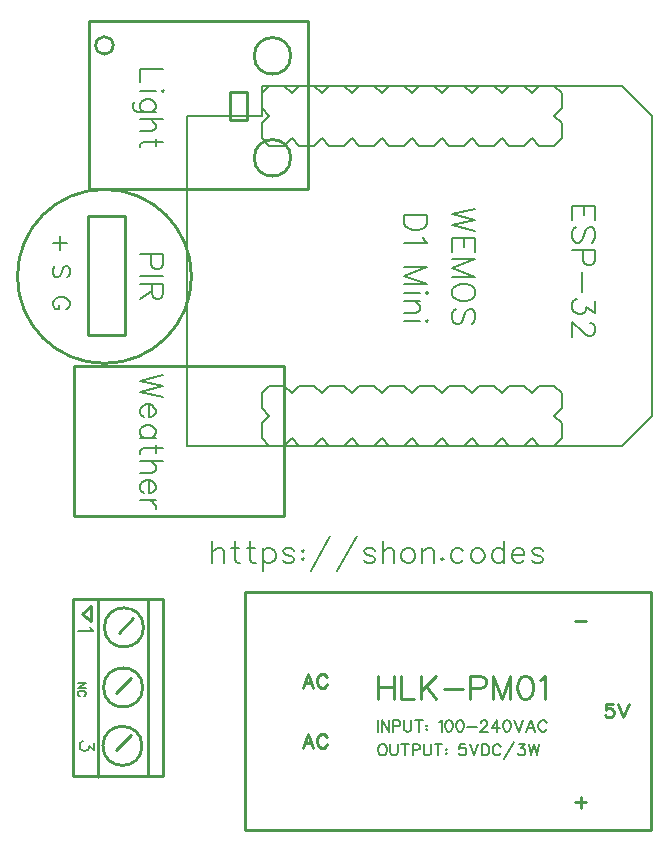
<source format=gto>
G04 Layer: TopSilkscreenLayer*
G04 EasyEDA v6.5.9, 2022-08-04 20:05:31*
G04 f7d3399ff3ef42be8c4f0a230c2b0d44,4bb84c5f6c124816bf94f4484d05adb3,10*
G04 Gerber Generator version 0.2*
G04 Scale: 100 percent, Rotated: No, Reflected: No *
G04 Dimensions in millimeters *
G04 leading zeros omitted , absolute positions ,4 integer and 5 decimal *
%FSLAX45Y45*%
%MOMM*%

%ADD10C,0.2032*%
%ADD11C,0.2500*%
%ADD12C,0.2030*%
%ADD13C,0.2540*%
%ADD14C,0.1270*%
%ADD15C,0.0131*%

%LPD*%
D10*
X1500378Y7416800D02*
G01*
X1306576Y7370571D01*
X1500378Y7324344D02*
G01*
X1306576Y7370571D01*
X1500378Y7324344D02*
G01*
X1306576Y7278370D01*
X1500378Y7232142D02*
G01*
X1306576Y7278370D01*
X1380489Y7171181D02*
G01*
X1380489Y7060184D01*
X1398778Y7060184D01*
X1417320Y7069581D01*
X1426463Y7078726D01*
X1435862Y7097268D01*
X1435862Y7124954D01*
X1426463Y7143495D01*
X1408176Y7161784D01*
X1380489Y7171181D01*
X1361947Y7171181D01*
X1334262Y7161784D01*
X1315720Y7143495D01*
X1306576Y7124954D01*
X1306576Y7097268D01*
X1315720Y7078726D01*
X1334262Y7060184D01*
X1435862Y6888479D02*
G01*
X1306576Y6888479D01*
X1408176Y6888479D02*
G01*
X1426463Y6907021D01*
X1435862Y6925310D01*
X1435862Y6953250D01*
X1426463Y6971537D01*
X1408176Y6990079D01*
X1380489Y6999223D01*
X1361947Y6999223D01*
X1334262Y6990079D01*
X1315720Y6971537D01*
X1306576Y6953250D01*
X1306576Y6925310D01*
X1315720Y6907021D01*
X1334262Y6888479D01*
X1500378Y6799834D02*
G01*
X1343405Y6799834D01*
X1315720Y6790689D01*
X1306576Y6772147D01*
X1306576Y6753605D01*
X1435862Y6827520D02*
G01*
X1435862Y6762750D01*
X1500378Y6692645D02*
G01*
X1306576Y6692645D01*
X1398778Y6692645D02*
G01*
X1426463Y6664960D01*
X1435862Y6646418D01*
X1435862Y6618731D01*
X1426463Y6600189D01*
X1398778Y6591045D01*
X1306576Y6591045D01*
X1380489Y6530086D02*
G01*
X1380489Y6419342D01*
X1398778Y6419342D01*
X1417320Y6428486D01*
X1426463Y6437629D01*
X1435862Y6456171D01*
X1435862Y6483857D01*
X1426463Y6502400D01*
X1408176Y6520942D01*
X1380489Y6530086D01*
X1361947Y6530086D01*
X1334262Y6520942D01*
X1315720Y6502400D01*
X1306576Y6483857D01*
X1306576Y6456171D01*
X1315720Y6437629D01*
X1334262Y6419342D01*
X1435862Y6358381D02*
G01*
X1306576Y6358381D01*
X1380489Y6358381D02*
G01*
X1408176Y6348984D01*
X1426463Y6330695D01*
X1435862Y6312154D01*
X1435862Y6284468D01*
X1917700Y6018529D02*
G01*
X1917700Y5827521D01*
X1917700Y5918454D02*
G01*
X1944877Y5945631D01*
X1963165Y5954776D01*
X1990343Y5954776D01*
X2008631Y5945631D01*
X2017775Y5918454D01*
X2017775Y5827521D01*
X2104897Y6018529D02*
G01*
X2104897Y5863844D01*
X2114041Y5836665D01*
X2132329Y5827521D01*
X2150363Y5827521D01*
X2077720Y5954776D02*
G01*
X2141220Y5954776D01*
X2237740Y6018529D02*
G01*
X2237740Y5863844D01*
X2246884Y5836665D01*
X2264918Y5827521D01*
X2283206Y5827521D01*
X2210308Y5954776D02*
G01*
X2274061Y5954776D01*
X2343150Y5954776D02*
G01*
X2343150Y5763768D01*
X2343150Y5927597D02*
G01*
X2361438Y5945631D01*
X2379472Y5954776D01*
X2406904Y5954776D01*
X2424938Y5945631D01*
X2443225Y5927597D01*
X2452370Y5900165D01*
X2452370Y5882131D01*
X2443225Y5854700D01*
X2424938Y5836665D01*
X2406904Y5827521D01*
X2379472Y5827521D01*
X2361438Y5836665D01*
X2343150Y5854700D01*
X2612136Y5927597D02*
G01*
X2603245Y5945631D01*
X2575813Y5954776D01*
X2548636Y5954776D01*
X2521458Y5945631D01*
X2512313Y5927597D01*
X2521458Y5909310D01*
X2539491Y5900165D01*
X2584958Y5891021D01*
X2603245Y5882131D01*
X2612136Y5863844D01*
X2612136Y5854700D01*
X2603245Y5836665D01*
X2575813Y5827521D01*
X2548636Y5827521D01*
X2521458Y5836665D01*
X2512313Y5854700D01*
X2681224Y5936487D02*
G01*
X2672334Y5927597D01*
X2681224Y5918454D01*
X2690368Y5927597D01*
X2681224Y5936487D01*
X2681224Y5872987D02*
G01*
X2672334Y5863844D01*
X2681224Y5854700D01*
X2690368Y5863844D01*
X2681224Y5872987D01*
X2914141Y6054852D02*
G01*
X2750311Y5763768D01*
X3137661Y6054852D02*
G01*
X2974086Y5763768D01*
X3297681Y5927597D02*
G01*
X3288538Y5945631D01*
X3261359Y5954776D01*
X3234181Y5954776D01*
X3206750Y5945631D01*
X3197606Y5927597D01*
X3206750Y5909310D01*
X3225038Y5900165D01*
X3270504Y5891021D01*
X3288538Y5882131D01*
X3297681Y5863844D01*
X3297681Y5854700D01*
X3288538Y5836665D01*
X3261359Y5827521D01*
X3234181Y5827521D01*
X3206750Y5836665D01*
X3197606Y5854700D01*
X3357625Y6018529D02*
G01*
X3357625Y5827521D01*
X3357625Y5918454D02*
G01*
X3385058Y5945631D01*
X3403091Y5954776D01*
X3430524Y5954776D01*
X3448558Y5945631D01*
X3457702Y5918454D01*
X3457702Y5827521D01*
X3563111Y5954776D02*
G01*
X3545077Y5945631D01*
X3526790Y5927597D01*
X3517645Y5900165D01*
X3517645Y5882131D01*
X3526790Y5854700D01*
X3545077Y5836665D01*
X3563111Y5827521D01*
X3590543Y5827521D01*
X3608577Y5836665D01*
X3626865Y5854700D01*
X3635756Y5882131D01*
X3635756Y5900165D01*
X3626865Y5927597D01*
X3608577Y5945631D01*
X3590543Y5954776D01*
X3563111Y5954776D01*
X3695954Y5954776D02*
G01*
X3695954Y5827521D01*
X3695954Y5918454D02*
G01*
X3723131Y5945631D01*
X3741420Y5954776D01*
X3768597Y5954776D01*
X3786886Y5945631D01*
X3795775Y5918454D01*
X3795775Y5827521D01*
X3864863Y5872987D02*
G01*
X3855974Y5863844D01*
X3864863Y5854700D01*
X3874008Y5863844D01*
X3864863Y5872987D01*
X4043172Y5927597D02*
G01*
X4024884Y5945631D01*
X4006850Y5954776D01*
X3979418Y5954776D01*
X3961384Y5945631D01*
X3943095Y5927597D01*
X3933952Y5900165D01*
X3933952Y5882131D01*
X3943095Y5854700D01*
X3961384Y5836665D01*
X3979418Y5827521D01*
X4006850Y5827521D01*
X4024884Y5836665D01*
X4043172Y5854700D01*
X4148581Y5954776D02*
G01*
X4130547Y5945631D01*
X4112259Y5927597D01*
X4103115Y5900165D01*
X4103115Y5882131D01*
X4112259Y5854700D01*
X4130547Y5836665D01*
X4148581Y5827521D01*
X4175759Y5827521D01*
X4194047Y5836665D01*
X4212336Y5854700D01*
X4221225Y5882131D01*
X4221225Y5900165D01*
X4212336Y5927597D01*
X4194047Y5945631D01*
X4175759Y5954776D01*
X4148581Y5954776D01*
X4390390Y6018529D02*
G01*
X4390390Y5827521D01*
X4390390Y5927597D02*
G01*
X4372356Y5945631D01*
X4354068Y5954776D01*
X4326890Y5954776D01*
X4308602Y5945631D01*
X4290313Y5927597D01*
X4281424Y5900165D01*
X4281424Y5882131D01*
X4290313Y5854700D01*
X4308602Y5836665D01*
X4326890Y5827521D01*
X4354068Y5827521D01*
X4372356Y5836665D01*
X4390390Y5854700D01*
X4450334Y5900165D02*
G01*
X4559554Y5900165D01*
X4559554Y5918454D01*
X4550409Y5936487D01*
X4541265Y5945631D01*
X4523231Y5954776D01*
X4495800Y5954776D01*
X4477765Y5945631D01*
X4459477Y5927597D01*
X4450334Y5900165D01*
X4450334Y5882131D01*
X4459477Y5854700D01*
X4477765Y5836665D01*
X4495800Y5827521D01*
X4523231Y5827521D01*
X4541265Y5836665D01*
X4559554Y5854700D01*
X4719574Y5927597D02*
G01*
X4710429Y5945631D01*
X4683252Y5954776D01*
X4655820Y5954776D01*
X4628641Y5945631D01*
X4619497Y5927597D01*
X4628641Y5909310D01*
X4646675Y5900165D01*
X4692141Y5891021D01*
X4710429Y5882131D01*
X4719574Y5863844D01*
X4719574Y5854700D01*
X4710429Y5836665D01*
X4683252Y5827521D01*
X4655820Y5827521D01*
X4628641Y5836665D01*
X4619497Y5854700D01*
X845312Y4813300D02*
G01*
X778510Y4813300D01*
X845312Y4813300D02*
G01*
X778510Y4768850D01*
X845312Y4768850D02*
G01*
X778510Y4768850D01*
X829310Y4700015D02*
G01*
X835913Y4703318D01*
X842263Y4709668D01*
X845312Y4716018D01*
X845312Y4728718D01*
X842263Y4735068D01*
X835913Y4741418D01*
X829310Y4744465D01*
X819912Y4747768D01*
X803910Y4747768D01*
X794512Y4744465D01*
X788162Y4741418D01*
X781812Y4735068D01*
X778510Y4728718D01*
X778510Y4716018D01*
X781812Y4709668D01*
X788162Y4703318D01*
X794512Y4700015D01*
X882142Y5283200D02*
G01*
X888237Y5271262D01*
X905763Y5253736D01*
X781812Y5253736D01*
X918463Y4306062D02*
G01*
X918463Y4241292D01*
X871220Y4276597D01*
X871220Y4258818D01*
X865378Y4247134D01*
X859536Y4241292D01*
X841755Y4235195D01*
X830071Y4235195D01*
X812292Y4241292D01*
X800354Y4252976D01*
X794512Y4270755D01*
X794512Y4288536D01*
X800354Y4306062D01*
X806195Y4312157D01*
X818134Y4318000D01*
X5157977Y8851900D02*
G01*
X4964175Y8851900D01*
X5157977Y8851900D02*
G01*
X5157977Y8731758D01*
X5065775Y8851900D02*
G01*
X5065775Y8777986D01*
X4964175Y8851900D02*
G01*
X4964175Y8731758D01*
X5130291Y8541512D02*
G01*
X5148834Y8560054D01*
X5157977Y8587739D01*
X5157977Y8624570D01*
X5148834Y8652510D01*
X5130291Y8670797D01*
X5111750Y8670797D01*
X5093461Y8661654D01*
X5084063Y8652510D01*
X5074920Y8633968D01*
X5056377Y8578595D01*
X5047234Y8560054D01*
X5038090Y8550910D01*
X5019547Y8541512D01*
X4991861Y8541512D01*
X4973320Y8560054D01*
X4964175Y8587739D01*
X4964175Y8624570D01*
X4973320Y8652510D01*
X4991861Y8670797D01*
X5157977Y8480552D02*
G01*
X4964175Y8480552D01*
X5157977Y8480552D02*
G01*
X5157977Y8397494D01*
X5148834Y8369808D01*
X5139690Y8360410D01*
X5121147Y8351265D01*
X5093461Y8351265D01*
X5074920Y8360410D01*
X5065775Y8369808D01*
X5056377Y8397494D01*
X5056377Y8480552D01*
X5047234Y8290305D02*
G01*
X5047234Y8124189D01*
X5157977Y8044687D02*
G01*
X5157977Y7943087D01*
X5084063Y7998460D01*
X5084063Y7970773D01*
X5074920Y7952231D01*
X5065775Y7943087D01*
X5038090Y7933689D01*
X5019547Y7933689D01*
X4991861Y7943087D01*
X4973320Y7961629D01*
X4964175Y7989315D01*
X4964175Y8017002D01*
X4973320Y8044687D01*
X4982463Y8053831D01*
X5001006Y8063229D01*
X5111750Y7863586D02*
G01*
X5121147Y7863586D01*
X5139690Y7854442D01*
X5148834Y7845044D01*
X5157977Y7826755D01*
X5157977Y7789671D01*
X5148834Y7771129D01*
X5139690Y7761986D01*
X5121147Y7752842D01*
X5102606Y7752842D01*
X5084063Y7761986D01*
X5056377Y7780528D01*
X4964175Y7872729D01*
X4964175Y7743444D01*
X4141977Y8826500D02*
G01*
X3948175Y8780271D01*
X4141977Y8734044D02*
G01*
X3948175Y8780271D01*
X4141977Y8734044D02*
G01*
X3948175Y8688070D01*
X4141977Y8641842D02*
G01*
X3948175Y8688070D01*
X4141977Y8580881D02*
G01*
X3948175Y8580881D01*
X4141977Y8580881D02*
G01*
X4141977Y8460739D01*
X4049775Y8580881D02*
G01*
X4049775Y8506968D01*
X3948175Y8580881D02*
G01*
X3948175Y8460739D01*
X4141977Y8399779D02*
G01*
X3948175Y8399779D01*
X4141977Y8399779D02*
G01*
X3948175Y8325865D01*
X4141977Y8251952D02*
G01*
X3948175Y8325865D01*
X4141977Y8251952D02*
G01*
X3948175Y8251952D01*
X4141977Y8135620D02*
G01*
X4132834Y8154162D01*
X4114291Y8172450D01*
X4095750Y8181847D01*
X4068063Y8190992D01*
X4022090Y8190992D01*
X3994150Y8181847D01*
X3975861Y8172450D01*
X3957320Y8154162D01*
X3948175Y8135620D01*
X3948175Y8098789D01*
X3957320Y8080247D01*
X3975861Y8061705D01*
X3994150Y8052562D01*
X4022090Y8043163D01*
X4068063Y8043163D01*
X4095750Y8052562D01*
X4114291Y8061705D01*
X4132834Y8080247D01*
X4141977Y8098789D01*
X4141977Y8135620D01*
X4114291Y7852918D02*
G01*
X4132834Y7871460D01*
X4141977Y7899145D01*
X4141977Y7936229D01*
X4132834Y7963915D01*
X4114291Y7982204D01*
X4095750Y7982204D01*
X4077461Y7973060D01*
X4068063Y7963915D01*
X4058920Y7945373D01*
X4040377Y7890002D01*
X4031234Y7871460D01*
X4022090Y7862315D01*
X4003547Y7852918D01*
X3975861Y7852918D01*
X3957320Y7871460D01*
X3948175Y7899145D01*
X3948175Y7936229D01*
X3957320Y7963915D01*
X3975861Y7982204D01*
X3735577Y8775700D02*
G01*
X3541775Y8775700D01*
X3735577Y8775700D02*
G01*
X3735577Y8710929D01*
X3726434Y8683244D01*
X3707891Y8664955D01*
X3689350Y8655558D01*
X3661663Y8646413D01*
X3615690Y8646413D01*
X3587750Y8655558D01*
X3569461Y8664955D01*
X3550920Y8683244D01*
X3541775Y8710929D01*
X3541775Y8775700D01*
X3698747Y8585454D02*
G01*
X3707891Y8566912D01*
X3735577Y8539226D01*
X3541775Y8539226D01*
X3735577Y8336026D02*
G01*
X3541775Y8336026D01*
X3735577Y8336026D02*
G01*
X3541775Y8262112D01*
X3735577Y8188197D02*
G01*
X3541775Y8262112D01*
X3735577Y8188197D02*
G01*
X3541775Y8188197D01*
X3735577Y8127237D02*
G01*
X3726434Y8118094D01*
X3735577Y8108950D01*
X3744975Y8118094D01*
X3735577Y8127237D01*
X3671061Y8118094D02*
G01*
X3541775Y8118094D01*
X3671061Y8047989D02*
G01*
X3541775Y8047989D01*
X3633977Y8047989D02*
G01*
X3661663Y8020050D01*
X3671061Y8001762D01*
X3671061Y7974076D01*
X3661663Y7955534D01*
X3633977Y7946389D01*
X3541775Y7946389D01*
X3735577Y7885429D02*
G01*
X3726434Y7876031D01*
X3735577Y7866887D01*
X3744975Y7876031D01*
X3735577Y7885429D01*
X3671061Y7876031D02*
G01*
X3541775Y7876031D01*
D11*
X2725165Y4887213D02*
G01*
X2681731Y4772913D01*
X2725165Y4887213D02*
G01*
X2768854Y4772913D01*
X2697988Y4811013D02*
G01*
X2752597Y4811013D01*
X2886456Y4860036D02*
G01*
X2881122Y4870957D01*
X2870200Y4881879D01*
X2859277Y4887213D01*
X2837434Y4887213D01*
X2826511Y4881879D01*
X2815590Y4870957D01*
X2810256Y4860036D01*
X2804922Y4843779D01*
X2804922Y4816347D01*
X2810256Y4800092D01*
X2815590Y4789170D01*
X2826511Y4778247D01*
X2837434Y4772913D01*
X2859277Y4772913D01*
X2870200Y4778247D01*
X2881122Y4789170D01*
X2886456Y4800092D01*
X2725165Y4379213D02*
G01*
X2681731Y4264913D01*
X2725165Y4379213D02*
G01*
X2768854Y4264913D01*
X2697988Y4303013D02*
G01*
X2752597Y4303013D01*
X2886456Y4352036D02*
G01*
X2881122Y4362957D01*
X2870200Y4373879D01*
X2859277Y4379213D01*
X2837434Y4379213D01*
X2826511Y4373879D01*
X2815590Y4362957D01*
X2810256Y4352036D01*
X2804922Y4335779D01*
X2804922Y4308347D01*
X2810256Y4292092D01*
X2815590Y4281170D01*
X2826511Y4270247D01*
X2837434Y4264913D01*
X2859277Y4264913D01*
X2870200Y4270247D01*
X2881122Y4281170D01*
X2886456Y4292092D01*
X5034788Y3850894D02*
G01*
X5034788Y3752850D01*
X4985765Y3801871D02*
G01*
X5083809Y3801871D01*
X4985765Y5338063D02*
G01*
X5083809Y5338063D01*
X3321558Y4872989D02*
G01*
X3321558Y4678934D01*
X3450843Y4872989D02*
G01*
X3450843Y4678934D01*
X3321558Y4780534D02*
G01*
X3450843Y4780534D01*
X3511804Y4872989D02*
G01*
X3511804Y4678934D01*
X3511804Y4678934D02*
G01*
X3622802Y4678934D01*
X3683761Y4872989D02*
G01*
X3683761Y4678934D01*
X3813047Y4872989D02*
G01*
X3683761Y4743450D01*
X3729990Y4789678D02*
G01*
X3813047Y4678934D01*
X3874008Y4761992D02*
G01*
X4040124Y4761992D01*
X4101084Y4872989D02*
G01*
X4101084Y4678934D01*
X4101084Y4872989D02*
G01*
X4184395Y4872989D01*
X4212081Y4863592D01*
X4221225Y4854447D01*
X4230624Y4835905D01*
X4230624Y4808220D01*
X4221225Y4789678D01*
X4212081Y4780534D01*
X4184395Y4771389D01*
X4101084Y4771389D01*
X4291584Y4872989D02*
G01*
X4291584Y4678934D01*
X4291584Y4872989D02*
G01*
X4365243Y4678934D01*
X4439158Y4872989D02*
G01*
X4365243Y4678934D01*
X4439158Y4872989D02*
G01*
X4439158Y4678934D01*
X4555743Y4872989D02*
G01*
X4527804Y4863592D01*
X4509515Y4835905D01*
X4500118Y4789678D01*
X4500118Y4761992D01*
X4509515Y4715763D01*
X4527804Y4688078D01*
X4555743Y4678934D01*
X4574031Y4678934D01*
X4601718Y4688078D01*
X4620259Y4715763D01*
X4629404Y4761992D01*
X4629404Y4789678D01*
X4620259Y4835905D01*
X4601718Y4863592D01*
X4574031Y4872989D01*
X4555743Y4872989D01*
X4690363Y4835905D02*
G01*
X4708906Y4845050D01*
X4736591Y4872989D01*
X4736591Y4678934D01*
D10*
X3321811Y4496562D02*
G01*
X3321811Y4401057D01*
X3351784Y4496562D02*
G01*
X3351784Y4401057D01*
X3351784Y4496562D02*
G01*
X3415284Y4401057D01*
X3415284Y4496562D02*
G01*
X3415284Y4401057D01*
X3445256Y4496562D02*
G01*
X3445256Y4401057D01*
X3445256Y4496562D02*
G01*
X3486150Y4496562D01*
X3499865Y4491989D01*
X3504438Y4487418D01*
X3509009Y4478273D01*
X3509009Y4464557D01*
X3504438Y4455668D01*
X3499865Y4451095D01*
X3486150Y4446523D01*
X3445256Y4446523D01*
X3538981Y4496562D02*
G01*
X3538981Y4428236D01*
X3543554Y4414773D01*
X3552697Y4405629D01*
X3566159Y4401057D01*
X3575304Y4401057D01*
X3589020Y4405629D01*
X3598163Y4414773D01*
X3602736Y4428236D01*
X3602736Y4496562D01*
X3664458Y4496562D02*
G01*
X3664458Y4401057D01*
X3632708Y4496562D02*
G01*
X3696208Y4496562D01*
X3730752Y4455668D02*
G01*
X3726179Y4451095D01*
X3730752Y4446523D01*
X3735324Y4451095D01*
X3730752Y4455668D01*
X3730752Y4423663D02*
G01*
X3726179Y4419345D01*
X3730752Y4414773D01*
X3735324Y4419345D01*
X3730752Y4423663D01*
X3835400Y4478273D02*
G01*
X3844543Y4482845D01*
X3858006Y4496562D01*
X3858006Y4401057D01*
X3915409Y4496562D02*
G01*
X3901693Y4491989D01*
X3892550Y4478273D01*
X3887977Y4455668D01*
X3887977Y4441952D01*
X3892550Y4419345D01*
X3901693Y4405629D01*
X3915409Y4401057D01*
X3924554Y4401057D01*
X3938015Y4405629D01*
X3947159Y4419345D01*
X3951731Y4441952D01*
X3951731Y4455668D01*
X3947159Y4478273D01*
X3938015Y4491989D01*
X3924554Y4496562D01*
X3915409Y4496562D01*
X4008881Y4496562D02*
G01*
X3995420Y4491989D01*
X3986275Y4478273D01*
X3981704Y4455668D01*
X3981704Y4441952D01*
X3986275Y4419345D01*
X3995420Y4405629D01*
X4008881Y4401057D01*
X4018025Y4401057D01*
X4031741Y4405629D01*
X4040886Y4419345D01*
X4045458Y4441952D01*
X4045458Y4455668D01*
X4040886Y4478273D01*
X4031741Y4491989D01*
X4018025Y4496562D01*
X4008881Y4496562D01*
X4075429Y4441952D02*
G01*
X4157218Y4441952D01*
X4191761Y4473702D02*
G01*
X4191761Y4478273D01*
X4196334Y4487418D01*
X4200906Y4491989D01*
X4209795Y4496562D01*
X4228084Y4496562D01*
X4237227Y4491989D01*
X4241800Y4487418D01*
X4246372Y4478273D01*
X4246372Y4469129D01*
X4241800Y4460239D01*
X4232656Y4446523D01*
X4187190Y4401057D01*
X4250690Y4401057D01*
X4326127Y4496562D02*
G01*
X4280915Y4432807D01*
X4348988Y4432807D01*
X4326127Y4496562D02*
G01*
X4326127Y4401057D01*
X4406138Y4496562D02*
G01*
X4392675Y4491989D01*
X4383531Y4478273D01*
X4378959Y4455668D01*
X4378959Y4441952D01*
X4383531Y4419345D01*
X4392675Y4405629D01*
X4406138Y4401057D01*
X4415281Y4401057D01*
X4428997Y4405629D01*
X4438141Y4419345D01*
X4442713Y4441952D01*
X4442713Y4455668D01*
X4438141Y4478273D01*
X4428997Y4491989D01*
X4415281Y4496562D01*
X4406138Y4496562D01*
X4472686Y4496562D02*
G01*
X4509008Y4401057D01*
X4545329Y4496562D02*
G01*
X4509008Y4401057D01*
X4611624Y4496562D02*
G01*
X4575302Y4401057D01*
X4611624Y4496562D02*
G01*
X4647945Y4401057D01*
X4589018Y4432807D02*
G01*
X4634484Y4432807D01*
X4746243Y4473702D02*
G01*
X4741672Y4482845D01*
X4732527Y4491989D01*
X4723638Y4496562D01*
X4705350Y4496562D01*
X4696206Y4491989D01*
X4687061Y4482845D01*
X4682490Y4473702D01*
X4678172Y4460239D01*
X4678172Y4437379D01*
X4682490Y4423663D01*
X4687061Y4414773D01*
X4696206Y4405629D01*
X4705350Y4401057D01*
X4723638Y4401057D01*
X4732527Y4405629D01*
X4741672Y4414773D01*
X4746243Y4423663D01*
X3348990Y4294886D02*
G01*
X3339845Y4290313D01*
X3330702Y4281170D01*
X3326129Y4272279D01*
X3321811Y4258563D01*
X3321811Y4235704D01*
X3326129Y4222242D01*
X3330702Y4213097D01*
X3339845Y4203954D01*
X3348990Y4199381D01*
X3367277Y4199381D01*
X3376168Y4203954D01*
X3385311Y4213097D01*
X3389884Y4222242D01*
X3394456Y4235704D01*
X3394456Y4258563D01*
X3389884Y4272279D01*
X3385311Y4281170D01*
X3376168Y4290313D01*
X3367277Y4294886D01*
X3348990Y4294886D01*
X3424427Y4294886D02*
G01*
X3424427Y4226813D01*
X3429000Y4213097D01*
X3438143Y4203954D01*
X3451606Y4199381D01*
X3460750Y4199381D01*
X3474465Y4203954D01*
X3483609Y4213097D01*
X3488181Y4226813D01*
X3488181Y4294886D01*
X3549904Y4294886D02*
G01*
X3549904Y4199381D01*
X3518154Y4294886D02*
G01*
X3581654Y4294886D01*
X3611625Y4294886D02*
G01*
X3611625Y4199381D01*
X3611625Y4294886D02*
G01*
X3652520Y4294886D01*
X3666236Y4290313D01*
X3670808Y4285742D01*
X3675379Y4276597D01*
X3675379Y4263136D01*
X3670808Y4253992D01*
X3666236Y4249420D01*
X3652520Y4244847D01*
X3611625Y4244847D01*
X3705352Y4294886D02*
G01*
X3705352Y4226813D01*
X3709924Y4213097D01*
X3719068Y4203954D01*
X3732529Y4199381D01*
X3741674Y4199381D01*
X3755390Y4203954D01*
X3764534Y4213097D01*
X3769106Y4226813D01*
X3769106Y4294886D01*
X3830827Y4294886D02*
G01*
X3830827Y4199381D01*
X3799077Y4294886D02*
G01*
X3862577Y4294886D01*
X3897122Y4253992D02*
G01*
X3892550Y4249420D01*
X3897122Y4244847D01*
X3901693Y4249420D01*
X3897122Y4253992D01*
X3897122Y4222242D02*
G01*
X3892550Y4217670D01*
X3897122Y4213097D01*
X3901693Y4217670D01*
X3897122Y4222242D01*
X4056379Y4294886D02*
G01*
X4010913Y4294886D01*
X4006341Y4253992D01*
X4010913Y4258563D01*
X4024375Y4263136D01*
X4038091Y4263136D01*
X4051808Y4258563D01*
X4060697Y4249420D01*
X4065270Y4235704D01*
X4065270Y4226813D01*
X4060697Y4213097D01*
X4051808Y4203954D01*
X4038091Y4199381D01*
X4024375Y4199381D01*
X4010913Y4203954D01*
X4006341Y4208526D01*
X4001770Y4217670D01*
X4095241Y4294886D02*
G01*
X4131818Y4199381D01*
X4168140Y4294886D02*
G01*
X4131818Y4199381D01*
X4198111Y4294886D02*
G01*
X4198111Y4199381D01*
X4198111Y4294886D02*
G01*
X4229861Y4294886D01*
X4243577Y4290313D01*
X4252722Y4281170D01*
X4257040Y4272279D01*
X4261611Y4258563D01*
X4261611Y4235704D01*
X4257040Y4222242D01*
X4252722Y4213097D01*
X4243577Y4203954D01*
X4229861Y4199381D01*
X4198111Y4199381D01*
X4359909Y4272279D02*
G01*
X4355338Y4281170D01*
X4346193Y4290313D01*
X4337050Y4294886D01*
X4319015Y4294886D01*
X4309872Y4290313D01*
X4300727Y4281170D01*
X4296156Y4272279D01*
X4291584Y4258563D01*
X4291584Y4235704D01*
X4296156Y4222242D01*
X4300727Y4213097D01*
X4309872Y4203954D01*
X4319015Y4199381D01*
X4337050Y4199381D01*
X4346193Y4203954D01*
X4355338Y4213097D01*
X4359909Y4222242D01*
X4471670Y4313173D02*
G01*
X4389881Y4167631D01*
X4510786Y4294886D02*
G01*
X4560824Y4294886D01*
X4533645Y4258563D01*
X4547108Y4258563D01*
X4556252Y4253992D01*
X4560824Y4249420D01*
X4565395Y4235704D01*
X4565395Y4226813D01*
X4560824Y4213097D01*
X4551679Y4203954D01*
X4537963Y4199381D01*
X4524502Y4199381D01*
X4510786Y4203954D01*
X4506213Y4208526D01*
X4501641Y4217670D01*
X4595368Y4294886D02*
G01*
X4617974Y4199381D01*
X4640834Y4294886D02*
G01*
X4617974Y4199381D01*
X4640834Y4294886D02*
G01*
X4663440Y4199381D01*
X4686300Y4294886D02*
G01*
X4663440Y4199381D01*
D11*
X5307075Y4635245D02*
G01*
X5252720Y4635245D01*
X5247131Y4586223D01*
X5252720Y4591812D01*
X5268975Y4597145D01*
X5285486Y4597145D01*
X5301741Y4591812D01*
X5312663Y4580889D01*
X5317997Y4564634D01*
X5317997Y4553712D01*
X5312663Y4537202D01*
X5301741Y4526279D01*
X5285486Y4520945D01*
X5268975Y4520945D01*
X5252720Y4526279D01*
X5247131Y4531868D01*
X5241797Y4542789D01*
X5354065Y4635245D02*
G01*
X5397754Y4520945D01*
X5441188Y4635245D02*
G01*
X5397754Y4520945D01*
D10*
X1500378Y8445500D02*
G01*
X1306576Y8445500D01*
X1500378Y8445500D02*
G01*
X1500378Y8362442D01*
X1491234Y8334755D01*
X1482089Y8325358D01*
X1463547Y8316213D01*
X1435862Y8316213D01*
X1417320Y8325358D01*
X1408176Y8334755D01*
X1398778Y8362442D01*
X1398778Y8445500D01*
X1500378Y8255254D02*
G01*
X1306576Y8255254D01*
X1500378Y8194294D02*
G01*
X1306576Y8194294D01*
X1500378Y8194294D02*
G01*
X1500378Y8111236D01*
X1491234Y8083550D01*
X1482089Y8074152D01*
X1463547Y8065008D01*
X1445005Y8065008D01*
X1426463Y8074152D01*
X1417320Y8083550D01*
X1408176Y8111236D01*
X1408176Y8194294D01*
X1408176Y8129523D02*
G01*
X1306576Y8065008D01*
X676147Y7974837D02*
G01*
X689610Y7981695D01*
X703326Y7995412D01*
X710184Y8009128D01*
X710184Y8036305D01*
X703326Y8050021D01*
X689610Y8063484D01*
X676147Y8070342D01*
X655573Y8077200D01*
X621537Y8077200D01*
X600963Y8070342D01*
X587502Y8063484D01*
X573786Y8050021D01*
X566928Y8036305D01*
X566928Y8009128D01*
X573786Y7995412D01*
X587502Y7981695D01*
X600963Y7974837D01*
X621537Y7974837D01*
X621537Y8009128D02*
G01*
X621537Y7974837D01*
X689610Y8248395D02*
G01*
X703326Y8262112D01*
X710184Y8282431D01*
X710184Y8309863D01*
X703326Y8330184D01*
X689610Y8343900D01*
X676147Y8343900D01*
X662431Y8337042D01*
X655573Y8330184D01*
X648715Y8316721D01*
X635254Y8275828D01*
X628395Y8262112D01*
X621537Y8255254D01*
X607821Y8248395D01*
X587502Y8248395D01*
X573786Y8262112D01*
X566928Y8282431D01*
X566928Y8309863D01*
X573786Y8330184D01*
X587502Y8343900D01*
X689610Y8536431D02*
G01*
X566928Y8536431D01*
X628395Y8597900D02*
G01*
X628395Y8475218D01*
D12*
X1500378Y10007600D02*
G01*
X1306576Y10007600D01*
X1306576Y10007600D02*
G01*
X1306576Y9896855D01*
X1500378Y9835895D02*
G01*
X1491234Y9826497D01*
X1500378Y9817354D01*
X1509776Y9826497D01*
X1500378Y9835895D01*
X1435862Y9826497D02*
G01*
X1306576Y9826497D01*
X1435862Y9645650D02*
G01*
X1288034Y9645650D01*
X1260347Y9654794D01*
X1250950Y9663937D01*
X1241805Y9682479D01*
X1241805Y9710165D01*
X1250950Y9728708D01*
X1408176Y9645650D02*
G01*
X1426463Y9663937D01*
X1435862Y9682479D01*
X1435862Y9710165D01*
X1426463Y9728708D01*
X1408176Y9747250D01*
X1380489Y9756394D01*
X1361947Y9756394D01*
X1334262Y9747250D01*
X1315720Y9728708D01*
X1306576Y9710165D01*
X1306576Y9682479D01*
X1315720Y9663937D01*
X1334262Y9645650D01*
X1500378Y9584689D02*
G01*
X1306576Y9584689D01*
X1398778Y9584689D02*
G01*
X1426463Y9556750D01*
X1435862Y9538462D01*
X1435862Y9510776D01*
X1426463Y9492234D01*
X1398778Y9483089D01*
X1306576Y9483089D01*
X1500378Y9394189D02*
G01*
X1343405Y9394189D01*
X1315720Y9385045D01*
X1306576Y9366504D01*
X1306576Y9348215D01*
X1435862Y9422129D02*
G01*
X1435862Y9357360D01*
D13*
X1231900Y4368800D02*
G01*
X1104900Y4248150D01*
X952500Y5524500D02*
G01*
X952500Y4013200D01*
X1371600Y5524500D02*
G01*
X1371600Y4025900D01*
X889000Y5461000D02*
G01*
X889000Y5334000D01*
X812800Y5397500D01*
X889000Y5461000D01*
X1244600Y5359400D02*
G01*
X1123950Y5238750D01*
X1231900Y4851400D02*
G01*
X1104900Y4730750D01*
X1498600Y5524500D02*
G01*
X1498600Y4024503D01*
X738606Y4024503D01*
X738606Y5524500D01*
X1498600Y5524500D01*
D14*
X2527300Y9867900D02*
G01*
X2590800Y9804400D01*
X2654300Y9867900D01*
X2781300Y9867900D01*
X2844800Y9804400D01*
X2908300Y9867900D01*
X3035300Y9867900D01*
X3098800Y9804400D01*
X3162300Y9867900D01*
X3289300Y9867900D01*
X3352800Y9804400D01*
X3416300Y9867900D01*
X3543300Y9867900D01*
X3606800Y9804400D01*
X3670300Y9867900D01*
X3797300Y9867900D01*
X3860800Y9804400D01*
X3924300Y9867900D01*
X4051300Y9867900D01*
X4114800Y9804400D01*
X4178300Y9867900D01*
X4305300Y9867900D01*
X4368800Y9804400D01*
X4432300Y9867900D01*
X4559300Y9867900D01*
X4622800Y9804400D01*
X4686300Y9867900D01*
X4813300Y9867900D01*
X4876800Y9804400D01*
X4876800Y9677400D01*
X4813300Y9613900D01*
X4876800Y9550400D01*
X4876800Y9423400D01*
X4813300Y9359900D01*
X4686300Y9359900D01*
X4622800Y9423400D01*
X4559300Y9359900D01*
X4432300Y9359900D01*
X4368800Y9423400D01*
X4305300Y9359900D01*
X4178300Y9359900D01*
X4114800Y9423400D01*
X4051300Y9359900D01*
X3924300Y9359900D01*
X3860800Y9423400D01*
X3797300Y9359900D01*
X3670300Y9359900D01*
X3606800Y9423400D01*
X3543300Y9359900D01*
X3416300Y9359900D01*
X3352800Y9423400D01*
X3289300Y9359900D01*
X3162300Y9359900D01*
X3098800Y9423400D01*
X3035300Y9359900D01*
X2908300Y9359900D01*
X2844800Y9423400D01*
X2781300Y9359900D01*
X2654300Y9359900D01*
X2590800Y9423400D01*
X2527300Y9359900D01*
X2400300Y9359900D01*
X2336800Y9423400D01*
X2336800Y9550400D01*
X2400300Y9613900D01*
X2336800Y9677400D01*
X2336800Y9804400D01*
X2400300Y9867900D01*
X2527300Y9867900D01*
X2336800Y7264400D02*
G01*
X2400300Y7327900D01*
X2527300Y7327900D01*
X2590800Y7264400D01*
X2654300Y7327900D01*
X2781300Y7327900D01*
X2844800Y7264400D01*
X2908300Y7327900D01*
X3035300Y7327900D01*
X3098800Y7264400D01*
X3162300Y7327900D01*
X3289300Y7327900D01*
X3352800Y7264400D01*
X3416300Y7327900D01*
X3543300Y7327900D01*
X3606800Y7264400D01*
X3670300Y7327900D01*
X3797300Y7327900D01*
X3860800Y7264400D01*
X3924300Y7327900D01*
X4051300Y7327900D01*
X4114800Y7264400D01*
X4178300Y7327900D01*
X4305300Y7327900D01*
X4368800Y7264400D01*
X4432300Y7327900D01*
X4559300Y7327900D01*
X4622800Y7264400D01*
X4686300Y7327900D01*
X4813300Y7327900D01*
X4876800Y7264400D01*
X4876800Y7137400D01*
X4813300Y7073900D01*
X4876800Y7010400D01*
X4876800Y6883400D01*
X4813300Y6819900D01*
X4686300Y6819900D01*
X4622800Y6883400D01*
X4559300Y6819900D01*
X4432300Y6819900D01*
X4368800Y6883400D01*
X4305300Y6819900D01*
X4178300Y6819900D01*
X4114800Y6883400D01*
X4051300Y6819900D01*
X3924300Y6819900D01*
X3860800Y6883400D01*
X3797300Y6819900D01*
X3670300Y6819900D01*
X3606800Y6883400D01*
X3543300Y6819900D01*
X3416300Y6819900D01*
X3352800Y6883400D01*
X3289300Y6819900D01*
X3162300Y6819900D01*
X3098800Y6883400D01*
X3035300Y6819900D01*
X2908300Y6819900D01*
X2844800Y6883400D01*
X2781300Y6819900D01*
X2654300Y6819900D01*
X2590800Y6883400D01*
X2527300Y6819900D01*
X2400300Y6819900D01*
X2336800Y6883400D01*
X2336800Y7010400D01*
X2400300Y7073900D01*
X2336800Y7137400D01*
X2336800Y7264400D01*
X2336800Y9867900D02*
G01*
X5384800Y9867900D01*
X5638800Y9613900D01*
X5638800Y7073900D01*
X5384800Y6819900D01*
X1701800Y6819900D01*
X1701800Y9613900D01*
X2336800Y9613900D01*
X2336800Y9867900D01*
D13*
X2195702Y5585993D02*
G01*
X5633694Y5585993D01*
X2195702Y3566007D02*
G01*
X2195702Y5585993D01*
X5633694Y3566007D02*
G01*
X5633694Y5585993D01*
X2195702Y3566007D02*
G01*
X5633694Y3566007D01*
X1181100Y8763000D02*
G01*
X1181100Y7759700D01*
X863600Y7759700D01*
X863600Y8763000D01*
X1181100Y8763000D01*
X2730500Y10414000D02*
G01*
X2730500Y8991600D01*
X876300Y8991600D01*
X876300Y10414000D01*
X2730500Y10414000D01*
X2209800Y9817100D02*
G01*
X2209800Y9575800D01*
X2070100Y9575800D01*
X2070100Y9817100D01*
X2209800Y9817100D01*
X749300Y7493000D02*
G01*
X749300Y6223000D01*
X2527300Y6223000D01*
X2527300Y7493000D01*
X1003300Y7493000D01*
X749300Y7493000D02*
G01*
X1003300Y7493000D01*
G75*
G01
X1333983Y5283200D02*
G03X1333983Y5283200I-165583J0D01*
G75*
G01
X1326871Y4774489D02*
G03X1326871Y4774489I-165583J0D01*
G75*
G01
X1321283Y4279900D02*
G03X1321283Y4279900I-165583J0D01*
G75*
G01
X1740002Y8255000D02*
G03X1740002Y8255000I-736702J0D01*
G75*
G01
X2580208Y10121900D02*
G03X2580208Y10121900I-154508J0D01*
G75*
G01
X2580208Y9258300D02*
G03X2580208Y9258300I-154508J0D01*
G75*
G01
X1077366Y10210800D02*
G03X1077366Y10210800I-74066J0D01*
M02*

</source>
